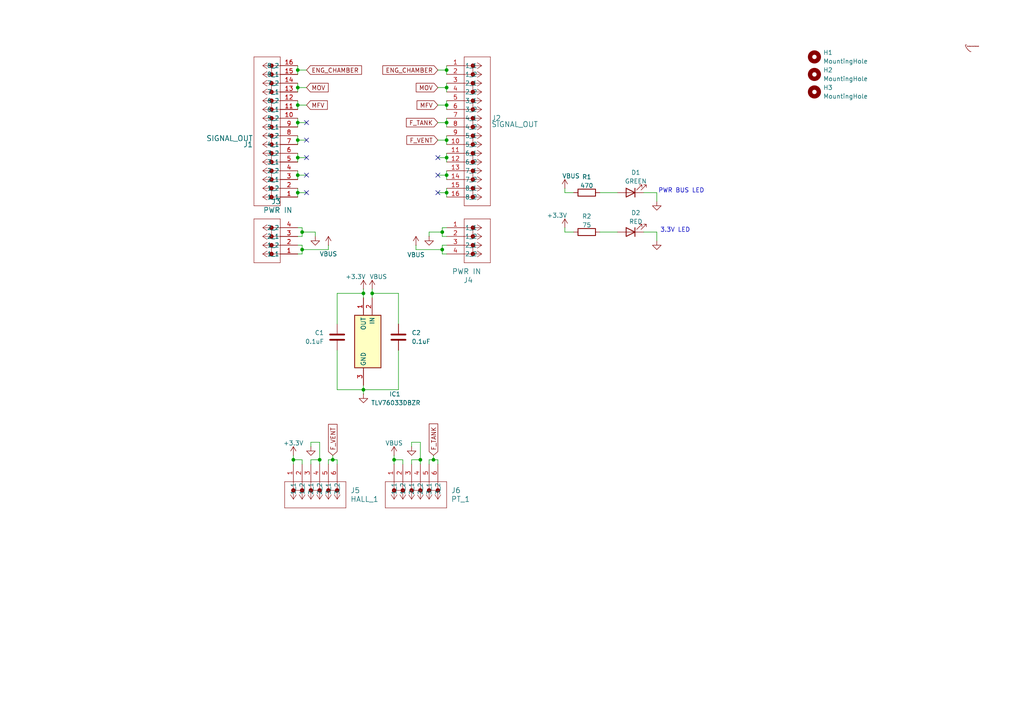
<source format=kicad_sch>
(kicad_sch (version 20231120) (generator "eeschema") (generator_version "8.0")
  (paper "A4")
  (lib_symbols
    (symbol "Device:C" (pin_numbers hide) (pin_names (offset 0.254))
      (property "Reference" "C" (at 0.635 2.54 0))
      (property "Value" "C" (at 0.635 -2.54 0))
      (symbol "C_1_1"
        (pin passive line (at 0 3.81 270) (length 2.794) (name "~") (number "1"))
        (pin passive line (at 0 -3.81 90) (length 2.794) (name "~") (number "2"))
      )
    )
    (symbol "Device:LED" (pin_numbers hide) (pin_names (offset 1.016) hide)
      (property "Reference" "D" (at 0 2.54 0))
      (property "Value" "LED" (at 0 -2.54 0))
      (symbol "LED_1_1"
        (pin passive line (at -3.81 0 0) (length 2.54) (name "K") (number "1"))
        (pin passive line (at 3.81 0 180) (length 2.54) (name "A") (number "2"))
      )
    )
    (symbol "Device:R" (pin_numbers hide) (pin_names (offset 0))
      (property "Reference" "R" (at 2.032 0 90))
      (property "Value" "R" (at 0 0 90))
      (symbol "R_1_1"
        (pin passive line (at 0 3.81 270) (length 1.27) (name "~") (number "1"))
        (pin passive line (at 0 -3.81 90) (length 1.27) (name "~") (number "2"))
      )
    )
    (symbol "Mechanical:MountingHole" (pin_names (offset 1.016)) (exclude_from_sim yes) (in_bom no)
      (property "Reference" "H" (at 0 5.08 0))
      (property "Value" "MountingHole" (at 0 3.175 0))
    )
    (symbol "SDSU RP:LOGO" (pin_names (offset 1.016)))
    (symbol "TLV76033DBZR:TLV76033DBZR"
      (property "Reference" "IC" (at 21.59 7.62 0))
      (property "Value" "TLV76033DBZR" (at 21.59 5.08 0))
      (symbol "TLV76033DBZR_1_1"
        (pin passive line (at 0 0 0) (length 5.08) (name "OUT") (number "1"))
        (pin passive line (at 0 -2.54 0) (length 5.08) (name "IN") (number "2"))
        (pin passive line (at 25.4 0 180) (length 5.08) (name "GND") (number "3"))
      )
    )
    (symbol "Wago_2601_1102:2601-1102" (pin_names (offset 0.254))
      (property "Reference" "J" (at 8.89 6.35 0))
      (property "Value" "2601-1102" (at 0 0 0))
      (symbol "2601-1102_1_1"
        (pin unspecified line (at 0 0 0) (length 5.08) (name "1_1") (number "1"))
        (pin unspecified line (at 0 -2.54 0) (length 5.08) (name "1_2") (number "2"))
        (pin unspecified line (at 0 -5.08 0) (length 5.08) (name "2_1") (number "3"))
        (pin unspecified line (at 0 -7.62 0) (length 5.08) (name "2_2") (number "4"))
      )
    )
    (symbol "Wago_2601_1103:2601-1103" (pin_names (offset 0.254))
      (property "Reference" "J" (at 8.89 6.35 0))
      (property "Value" "2601-1103" (at 0 0 0))
      (symbol "2601-1103_1_1"
        (pin unspecified line (at 0 0 0) (length 5.08) (name "1_1") (number "1"))
        (pin unspecified line (at 0 -2.54 0) (length 5.08) (name "1_2") (number "2"))
        (pin unspecified line (at 0 -5.08 0) (length 5.08) (name "2_1") (number "3"))
        (pin unspecified line (at 0 -7.62 0) (length 5.08) (name "2_2") (number "4"))
        (pin unspecified line (at 0 -10.16 0) (length 5.08) (name "3_1") (number "5"))
        (pin unspecified line (at 0 -12.7 0) (length 5.08) (name "3_2") (number "6"))
      )
    )
    (symbol "Wago_2601_1108:2601-1108" (pin_names (offset 0.254))
      (property "Reference" "J" (at 8.89 6.35 0))
      (property "Value" "2601-1108" (at 0 0 0))
      (symbol "2601-1108_1_1"
        (pin unspecified line (at 0 0 0) (length 5.08) (name "1_1") (number "1"))
        (pin unspecified line (at 0 -22.86 0) (length 5.08) (name "5_2") (number "10"))
        (pin unspecified line (at 0 -25.4 0) (length 5.08) (name "6_1") (number "11"))
        (pin unspecified line (at 0 -27.94 0) (length 5.08) (name "6_2") (number "12"))
        (pin unspecified line (at 0 -30.48 0) (length 5.08) (name "7_1") (number "13"))
        (pin unspecified line (at 0 -33.02 0) (length 5.08) (name "7_2") (number "14"))
        (pin unspecified line (at 0 -35.56 0) (length 5.08) (name "8_1") (number "15"))
        (pin unspecified line (at 0 -38.1 0) (length 5.08) (name "8_2") (number "16"))
        (pin unspecified line (at 0 -2.54 0) (length 5.08) (name "1_2") (number "2"))
        (pin unspecified line (at 0 -5.08 0) (length 5.08) (name "2_1") (number "3"))
        (pin unspecified line (at 0 -7.62 0) (length 5.08) (name "2_2") (number "4"))
        (pin unspecified line (at 0 -10.16 0) (length 5.08) (name "3_1") (number "5"))
        (pin unspecified line (at 0 -12.7 0) (length 5.08) (name "3_2") (number "6"))
        (pin unspecified line (at 0 -15.24 0) (length 5.08) (name "4_1") (number "7"))
        (pin unspecified line (at 0 -17.78 0) (length 5.08) (name "4_2") (number "8"))
        (pin unspecified line (at 0 -20.32 0) (length 5.08) (name "5_1") (number "9"))
      )
    )
    (symbol "power:+3.3V" (power) (pin_numbers hide) (pin_names (offset 0) hide)
      (property "Value" "+3.3V" (at 0 3.556 0))
      (symbol "+3.3V_1_1"
        (pin power_in line (at 0 0 90) (length 0) (name "~") (number "1"))
      )
    )
    (symbol "power:GND" (power) (pin_numbers hide) (pin_names (offset 0) hide)
      (property "Value" "GND" (at 0 -3.81 0))
      (symbol "GND_1_1"
        (pin power_in line (at 0 0 270) (length 0) (name "~") (number "1"))
      )
    )
    (symbol "power:VBUS" (power) (pin_numbers hide) (pin_names (offset 0) hide)
      (property "Value" "VBUS" (at 0 3.556 0))
      (symbol "VBUS_1_1"
        (pin power_in line (at 0 0 90) (length 0) (name "~") (number "1"))
      )
    )
  )
  (junction (at 86.36 40.64))
  (junction (at 87.63 72.39))
  (junction (at 86.36 25.4))
  (junction (at 87.63 67.31))
  (junction (at 121.92 133.35))
  (junction (at 129.54 20.32))
  (junction (at 85.09 133.35))
  (junction (at 129.54 40.64))
  (junction (at 125.73 133.35))
  (junction (at 86.36 55.88))
  (junction (at 129.54 55.88))
  (junction (at 105.41 85.09))
  (junction (at 86.36 50.8))
  (junction (at 92.71 133.35))
  (junction (at 86.36 30.48))
  (junction (at 129.54 35.56))
  (junction (at 128.27 72.39))
  (junction (at 96.52 133.35))
  (junction (at 86.36 35.56))
  (junction (at 129.54 50.8))
  (junction (at 129.54 30.48))
  (junction (at 86.36 45.72))
  (junction (at 105.41 113.03))
  (junction (at 129.54 25.4))
  (junction (at 107.95 85.09))
  (junction (at 128.27 67.31))
  (junction (at 86.36 20.32))
  (junction (at 114.3 133.35))
  (junction (at 129.54 45.72))
  (no_connect (at 88.9 45.72))
  (no_connect (at 88.9 35.56))
  (no_connect (at 88.9 50.8))
  (no_connect (at 127 55.88))
  (no_connect (at 127 50.8))
  (no_connect (at 88.9 40.64))
  (no_connect (at 127 45.72))
  (no_connect (at 88.9 55.88))
  (no_connect (at -7.62 213.36))
  (wire (pts (xy 107.95 83.82) (xy 107.95 85.09)))
  (wire (pts (xy 129.54 29.21) (xy 129.54 30.48)))
  (wire (pts (xy 114.3 134.62) (xy 114.3 133.35)))
  (wire (pts (xy 90.17 134.62) (xy 90.17 133.35)))
  (wire (pts (xy 129.54 25.4) (xy 129.54 26.67)))
  (wire (pts (xy 85.09 133.35) (xy 87.63 133.35)))
  (wire (pts (xy 97.79 93.98) (xy 97.79 85.09)))
  (wire (pts (xy 86.36 30.48) (xy 86.36 31.75)))
  (wire (pts (xy 92.71 128.27) (xy 92.71 133.35)))
  (wire (pts (xy 129.54 20.32) (xy 129.54 21.59)))
  (wire (pts (xy 115.57 93.98) (xy 115.57 85.09)))
  (wire (pts (xy 105.41 85.09) (xy 105.41 86.36)))
  (wire (pts (xy 125.73 132.08) (xy 125.73 133.35)))
  (wire (pts (xy 119.38 128.27) (xy 121.92 128.27)))
  (wire (pts (xy 105.41 113.03) (xy 105.41 114.3)))
  (wire (pts (xy 127 133.35) (xy 127 134.62)))
  (wire (pts (xy 90.17 129.54) (xy 90.17 128.27)))
  (wire (pts (xy 128.27 67.31) (xy 124.46 67.31)))
  (wire (pts (xy 86.36 39.37) (xy 86.36 40.64)))
  (wire (pts (xy 86.36 24.13) (xy 86.36 25.4)))
  (wire (pts (xy 128.27 72.39) (xy 120.65 72.39)))
  (wire (pts (xy 88.9 40.64) (xy 86.36 40.64)))
  (wire (pts (xy 86.36 19.05) (xy 86.36 20.32)))
  (wire (pts (xy 127 40.64) (xy 129.54 40.64)))
  (wire (pts (xy 86.36 54.61) (xy 86.36 55.88)))
  (wire (pts (xy 86.36 49.53) (xy 86.36 50.8)))
  (wire (pts (xy 90.17 128.27) (xy 92.71 128.27)))
  (wire (pts (xy 87.63 72.39) (xy 95.25 72.39)))
  (wire (pts (xy 86.36 71.12) (xy 87.63 71.12)))
  (wire (pts (xy 129.54 19.05) (xy 129.54 20.32)))
  (wire (pts (xy 124.46 133.35) (xy 125.73 133.35)))
  (wire (pts (xy 163.83 66.04) (xy 163.83 67.31)))
  (wire (pts (xy 88.9 55.88) (xy 86.36 55.88)))
  (wire (pts (xy 95.25 72.39) (xy 95.25 71.12)))
  (wire (pts (xy 128.27 73.66) (xy 129.54 73.66)))
  (wire (pts (xy 91.44 67.31) (xy 91.44 68.58)))
  (wire (pts (xy 127 45.72) (xy 129.54 45.72)))
  (wire (pts (xy 119.38 129.54) (xy 119.38 128.27)))
  (wire (pts (xy 107.95 85.09) (xy 115.57 85.09)))
  (wire (pts (xy 120.65 71.12) (xy 120.65 72.39)))
  (wire (pts (xy 86.36 40.64) (xy 86.36 41.91)))
  (wire (pts (xy 128.27 66.04) (xy 129.54 66.04)))
  (wire (pts (xy 86.36 68.58) (xy 87.63 68.58)))
  (wire (pts (xy 129.54 45.72) (xy 129.54 46.99)))
  (wire (pts (xy 190.5 67.31) (xy 190.5 69.85)))
  (wire (pts (xy 96.52 132.08) (xy 96.52 133.35)))
  (wire (pts (xy 86.36 44.45) (xy 86.36 45.72)))
  (wire (pts (xy 105.41 83.82) (xy 105.41 85.09)))
  (wire (pts (xy 97.79 101.6) (xy 97.79 113.03)))
  (wire (pts (xy 173.99 55.88) (xy 179.07 55.88)))
  (wire (pts (xy 97.79 85.09) (xy 105.41 85.09)))
  (wire (pts (xy 163.83 55.88) (xy 166.37 55.88)))
  (wire (pts (xy 119.38 133.35) (xy 121.92 133.35)))
  (wire (pts (xy 116.84 133.35) (xy 116.84 134.62)))
  (wire (pts (xy 88.9 45.72) (xy 86.36 45.72)))
  (wire (pts (xy 121.92 128.27) (xy 121.92 133.35)))
  (wire (pts (xy 129.54 30.48) (xy 129.54 31.75)))
  (wire (pts (xy 128.27 73.66) (xy 128.27 72.39)))
  (wire (pts (xy 115.57 101.6) (xy 115.57 113.03)))
  (wire (pts (xy 95.25 133.35) (xy 96.52 133.35)))
  (wire (pts (xy 129.54 44.45) (xy 129.54 45.72)))
  (wire (pts (xy 90.17 133.35) (xy 92.71 133.35)))
  (wire (pts (xy 121.92 133.35) (xy 121.92 134.62)))
  (wire (pts (xy 88.9 25.4) (xy 86.36 25.4)))
  (wire (pts (xy 95.25 134.62) (xy 95.25 133.35)))
  (wire (pts (xy 86.36 25.4) (xy 86.36 26.67)))
  (wire (pts (xy 129.54 54.61) (xy 129.54 55.88)))
  (wire (pts (xy 129.54 34.29) (xy 129.54 35.56)))
  (wire (pts (xy 129.54 55.88) (xy 129.54 57.15)))
  (wire (pts (xy 186.69 55.88) (xy 190.5 55.88)))
  (wire (pts (xy 86.36 55.88) (xy 86.36 57.15)))
  (wire (pts (xy 129.54 24.13) (xy 129.54 25.4)))
  (wire (pts (xy 85.09 134.62) (xy 85.09 133.35)))
  (wire (pts (xy 186.69 67.31) (xy 190.5 67.31)))
  (wire (pts (xy 86.36 35.56) (xy 86.36 36.83)))
  (wire (pts (xy 86.36 34.29) (xy 86.36 35.56)))
  (wire (pts (xy 114.3 132.08) (xy 114.3 133.35)))
  (wire (pts (xy 87.63 73.66) (xy 87.63 72.39)))
  (wire (pts (xy 129.54 40.64) (xy 129.54 41.91)))
  (wire (pts (xy 129.54 39.37) (xy 129.54 40.64)))
  (wire (pts (xy 85.09 132.08) (xy 85.09 133.35)))
  (wire (pts (xy 128.27 71.12) (xy 129.54 71.12)))
  (wire (pts (xy 127 50.8) (xy 129.54 50.8)))
  (wire (pts (xy 128.27 68.58) (xy 129.54 68.58)))
  (wire (pts (xy 88.9 50.8) (xy 86.36 50.8)))
  (wire (pts (xy 114.3 133.35) (xy 116.84 133.35)))
  (wire (pts (xy 105.41 111.76) (xy 105.41 113.03)))
  (wire (pts (xy 92.71 133.35) (xy 92.71 134.62)))
  (wire (pts (xy 86.36 45.72) (xy 86.36 46.99)))
  (wire (pts (xy 86.36 66.04) (xy 87.63 66.04)))
  (wire (pts (xy 124.46 134.62) (xy 124.46 133.35)))
  (wire (pts (xy 127 55.88) (xy 129.54 55.88)))
  (wire (pts (xy 87.63 67.31) (xy 91.44 67.31)))
  (wire (pts (xy 127 30.48) (xy 129.54 30.48)))
  (wire (pts (xy 86.36 29.21) (xy 86.36 30.48)))
  (wire (pts (xy 88.9 20.32) (xy 86.36 20.32)))
  (wire (pts (xy 96.52 133.35) (xy 97.79 133.35)))
  (wire (pts (xy 127 25.4) (xy 129.54 25.4)))
  (wire (pts (xy 128.27 71.12) (xy 128.27 72.39)))
  (wire (pts (xy 88.9 35.56) (xy 86.36 35.56)))
  (wire (pts (xy 87.63 71.12) (xy 87.63 72.39)))
  (wire (pts (xy 124.46 67.31) (xy 124.46 68.58)))
  (wire (pts (xy 163.83 67.31) (xy 166.37 67.31)))
  (wire (pts (xy 105.41 113.03) (xy 115.57 113.03)))
  (wire (pts (xy 88.9 30.48) (xy 86.36 30.48)))
  (wire (pts (xy 129.54 49.53) (xy 129.54 50.8)))
  (wire (pts (xy 87.63 133.35) (xy 87.63 134.62)))
  (wire (pts (xy 128.27 67.31) (xy 128.27 68.58)))
  (wire (pts (xy 173.99 67.31) (xy 179.07 67.31)))
  (wire (pts (xy 163.83 54.61) (xy 163.83 55.88)))
  (wire (pts (xy 86.36 20.32) (xy 86.36 21.59)))
  (wire (pts (xy 86.36 73.66) (xy 87.63 73.66)))
  (wire (pts (xy 128.27 66.04) (xy 128.27 67.31)))
  (wire (pts (xy 97.79 113.03) (xy 105.41 113.03)))
  (wire (pts (xy 97.79 133.35) (xy 97.79 134.62)))
  (wire (pts (xy 87.63 66.04) (xy 87.63 67.31)))
  (wire (pts (xy 129.54 35.56) (xy 129.54 36.83)))
  (wire (pts (xy 127 20.32) (xy 129.54 20.32)))
  (wire (pts (xy 129.54 50.8) (xy 129.54 52.07)))
  (wire (pts (xy 190.5 55.88) (xy 190.5 58.42)))
  (wire (pts (xy 119.38 134.62) (xy 119.38 133.35)))
  (wire (pts (xy 86.36 50.8) (xy 86.36 52.07)))
  (wire (pts (xy 127 35.56) (xy 129.54 35.56)))
  (wire (pts (xy 87.63 67.31) (xy 87.63 68.58)))
  (wire (pts (xy 107.95 85.09) (xy 107.95 86.36)))
  (wire (pts (xy 125.73 133.35) (xy 127 133.35)))
  (text "PWR BUS LED" (at 197.612 55.372 0) (effects (font (size 1.27 1.27))))
  (text "3.3V LED" (at 195.834 66.802 0) (effects (font (size 1.27 1.27))))
  (global_label "F_TANK" (shape input) (at 125.73 132.08 90) (property "Intersheetrefs" "${INTERSHEET_REFS}" (effects (hide yes))))
  (global_label "MOV" (shape input) (at 88.9 25.4 0) (property "Intersheetrefs" "${INTERSHEET_REFS}" (effects (hide yes))))
  (global_label "F_VENT" (shape input) (at 96.52 132.08 90) (property "Intersheetrefs" "${INTERSHEET_REFS}" (effects (hide yes))))
  (global_label "ENG_CHAMBER" (shape input) (at 127 20.32 180) (property "Intersheetrefs" "${INTERSHEET_REFS}" (effects (hide yes))))
  (global_label "MOV" (shape input) (at 127 25.4 180) (property "Intersheetrefs" "${INTERSHEET_REFS}" (effects (hide yes))))
  (global_label "ENG_CHAMBER" (shape input) (at 88.9 20.32 0) (property "Intersheetrefs" "${INTERSHEET_REFS}" (effects (hide yes))))
  (global_label "MFV" (shape input) (at 88.9 30.48 0) (property "Intersheetrefs" "${INTERSHEET_REFS}" (effects (hide yes))))
  (global_label "F_VENT" (shape input) (at 127 40.64 180) (property "Intersheetrefs" "${INTERSHEET_REFS}" (effects (hide yes))))
  (global_label "F_TANK" (shape input) (at 127 35.56 180) (property "Intersheetrefs" "${INTERSHEET_REFS}" (effects (hide yes))))
  (global_label "MFV" (shape input) (at 127 30.48 180) (property "Intersheetrefs" "${INTERSHEET_REFS}" (effects (hide yes))))
  (symbol (lib_id "Wago_2601_1102:2601-1102") (at 129.54 66.04 0) (unit 1)
    (property "Reference" "J4" (at 134.366 81.28 0) (effects (font (size 1.524 1.524)) (justify left)))
    (property "Value" "PWR IN" (at 131.064 78.74 0) (effects (font (size 1.524 1.524)) (justify left)))
    (property "Footprint" "Wago_2601_1102:CONN2_2601-1102_WAG" (effects (hide yes)))
    (property "Datasheet" "2601-1102" (effects (hide yes)))
  )
  (symbol (lib_id "power:VBUS") (at 95.25 71.12 0) (unit 1)
    (property "Reference" "#PWR07" (effects (hide yes)))
    (property "Value" "VBUS" (at 95.25 73.66 0))
    (property "Description" "Power symbol creates a global label with name \"VBUS\"" (effects (hide yes)))
  )
  (symbol (lib_id "Wago_2601_1108:2601-1108") (at 86.36 57.15 180) (unit 1)
    (property "Reference" "J1" (at 73.406 41.91 0) (effects (font (size 1.524 1.524)) (justify left)))
    (property "Value" "SIGNAL_OUT" (at 73.406 40.132 0) (effects (font (size 1.524 1.524)) (justify left)))
    (property "Footprint" "Wago_2601_1108:CONN8_2601-1108_WAG" (effects (hide yes)))
    (property "Datasheet" "2601-1108" (effects (hide yes)))
  )
  (symbol (lib_id "TLV76033DBZR:TLV76033DBZR") (at 105.41 86.36 90) (mirror x) (unit 1)
    (property "Reference" "IC1" (at 114.554 114.3 90))
    (property "Value" "TLV76033DBZR" (at 114.808 116.84 90))
    (property "Footprint" "TLV76033DBZR:SOT95P237X112-3N" (effects (hide yes)))
    (property "Datasheet" "https://www.ti.com/lit/gpn/TLV760" (effects (hide yes)))
    (property "Description" "100-mA, 30-V, low-dropout voltage regulator" (effects (hide yes)))
    (property "Height" "1.12" (effects (hide yes)))
    (property "Mouser Part Number" "595-TLV76033DBZR" (effects (hide yes)))
    (property "Mouser Price/Stock" "https://www.mouser.co.uk/ProductDetail/Texas-Instruments/TLV76033DBZR?qs=HXFqYaX1Q2ypNrzTk0Gsfw%3D%3D" (effects (hide yes)))
    (property "Manufacturer_Name" "Texas Instruments" (effects (hide yes)))
    (property "Manufacturer_Part_Number" "TLV76033DBZR" (effects (hide yes)))
  )
  (symbol (lib_id "Device:LED") (at 182.88 55.88 180) (unit 1)
    (property "Reference" "D1" (at 184.404 50.038 0))
    (property "Value" "GREEN" (at 184.404 52.578 0))
    (property "Footprint" "LED_SMD:LED_0805_2012Metric" (effects (hide yes)))
    (property "Description" "Light emitting diode" (effects (hide yes)))
  )
  (symbol (lib_id "power:VBUS") (at 107.95 83.82 0) (unit 1)
    (property "Reference" "#PWR010" (effects (hide yes)))
    (property "Value" "VBUS" (at 109.728 80.264 0))
    (property "Description" "Power symbol creates a global label with name \"VBUS\"" (effects (hide yes)))
  )
  (symbol (lib_id "power:VBUS") (at 114.3 132.08 0) (unit 1)
    (property "Reference" "#PWR015" (effects (hide yes)))
    (property "Value" "VBUS" (at 114.3 128.524 0))
    (property "Description" "Power symbol creates a global label with name \"VBUS\"" (effects (hide yes)))
  )
  (symbol (lib_id "Wago_2601_1102:2601-1102") (at 86.36 73.66 180) (unit 1)
    (property "Reference" "J3" (at 81.534 58.42 0) (effects (font (size 1.524 1.524)) (justify left)))
    (property "Value" "PWR IN" (at 84.836 60.96 0) (effects (font (size 1.524 1.524)) (justify left)))
    (property "Footprint" "Wago_2601_1102:CONN2_2601-1102_WAG" (effects (hide yes)))
    (property "Datasheet" "2601-1102" (effects (hide yes)))
  )
  (symbol (lib_id "Mechanical:MountingHole") (at 236.22 21.59 0) (unit 1) (exclude_from_sim yes) (in_bom no)
    (property "Reference" "H2" (at 238.76 20.3199 0) (effects (justify left)))
    (property "Value" "MountingHole" (at 238.76 22.8599 0) (effects (justify left)))
    (property "Footprint" "MountingHole:MountingHole_3.2mm_M3" (effects (hide yes)))
    (property "Description" "Mounting Hole without connection" (effects (hide yes)))
  )
  (symbol (lib_id "power:+3.3V") (at 85.09 132.08 0) (unit 1)
    (property "Reference" "#PWR014" (effects (hide yes)))
    (property "Value" "+3.3V" (at 85.09 128.524 0))
    (property "Description" "Power symbol creates a global label with name \"+3.3V\"" (effects (hide yes)))
  )
  (symbol (lib_id "Mechanical:MountingHole") (at 236.22 16.51 0) (unit 1) (exclude_from_sim yes) (in_bom no)
    (property "Reference" "H1" (at 238.76 15.2399 0) (effects (justify left)))
    (property "Value" "MountingHole" (at 238.76 17.7799 0) (effects (justify left)))
    (property "Footprint" "MountingHole:MountingHole_3.2mm_M3" (effects (hide yes)))
    (property "Description" "Mounting Hole without connection" (effects (hide yes)))
  )
  (symbol (lib_id "power:GND") (at 91.44 68.58 0) (unit 1)
    (property "Reference" "#PWR04" (effects (hide yes)))
    (property "Value" "GND" (effects (hide yes)))
    (property "Description" "Power symbol creates a global label with name \"GND\" , ground" (effects (hide yes)))
  )
  (symbol (lib_id "Wago_2601_1108:2601-1108") (at 129.54 19.05 0) (unit 1)
    (property "Reference" "J2" (at 142.494 34.29 0) (effects (font (size 1.524 1.524)) (justify left)))
    (property "Value" "SIGNAL_OUT" (at 142.494 36.068 0) (effects (font (size 1.524 1.524)) (justify left)))
    (property "Footprint" "Wago_2601_1108:CONN8_2601-1108_WAG" (effects (hide yes)))
    (property "Datasheet" "2601-1108" (effects (hide yes)))
  )
  (symbol (lib_id "power:GND") (at 119.38 129.54 0) (unit 1)
    (property "Reference" "#PWR013" (effects (hide yes)))
    (property "Value" "GND" (effects (hide yes)))
    (property "Description" "Power symbol creates a global label with name \"GND\" , ground" (effects (hide yes)))
  )
  (symbol (lib_id "power:GND") (at 190.5 58.42 0) (unit 1)
    (property "Reference" "#PWR02" (effects (hide yes)))
    (property "Value" "GND" (effects (hide yes)))
    (property "Description" "Power symbol creates a global label with name \"GND\" , ground" (effects (hide yes)))
  )
  (symbol (lib_id "power:+3.3V") (at 105.41 83.82 0) (unit 1)
    (property "Reference" "#PWR09" (effects (hide yes)))
    (property "Value" "+3.3V" (at 103.124 80.264 0))
    (property "Description" "Power symbol creates a global label with name \"+3.3V\"" (effects (hide yes)))
  )
  (symbol (lib_id "Device:R") (at 170.18 67.31 90) (unit 1)
    (property "Reference" "R2" (at 170.18 62.738 90))
    (property "Value" "75" (at 170.18 65.278 90))
    (property "Footprint" "Resistor_SMD:R_0805_2012Metric" (effects (hide yes)))
    (property "Description" "Resistor" (effects (hide yes)))
  )
  (symbol (lib_id "Device:C") (at 115.57 97.79 0) (unit 1)
    (property "Reference" "C2" (at 119.38 96.5199 0) (effects (justify left)))
    (property "Value" "0.1uF" (at 119.38 99.0599 0) (effects (justify left)))
    (property "Footprint" "Capacitor_SMD:C_0805_2012Metric" (effects (hide yes)))
    (property "Description" "Unpolarized capacitor" (effects (hide yes)))
  )
  (symbol (lib_id "power:GND") (at 105.41 114.3 0) (unit 1)
    (property "Reference" "#PWR011" (effects (hide yes)))
    (property "Value" "GND" (effects (hide yes)))
    (property "Description" "Power symbol creates a global label with name \"GND\" , ground" (effects (hide yes)))
  )
  (symbol (lib_id "power:GND") (at 124.46 68.58 0) (mirror y) (unit 1)
    (property "Reference" "#PWR05" (effects (hide yes)))
    (property "Value" "GND" (effects (hide yes)))
    (property "Description" "Power symbol creates a global label with name \"GND\" , ground" (effects (hide yes)))
  )
  (symbol (lib_id "Wago_2601_1103:2601-1103") (at 85.09 134.62 90) (mirror x) (unit 1)
    (property "Reference" "J5" (at 101.6 142.2399 90) (effects (font (size 1.524 1.524)) (justify right)))
    (property "Value" "HALL_1" (at 101.6 144.7799 90) (effects (font (size 1.524 1.524)) (justify right)))
    (property "Footprint" "Wago_2601_1103:CONN3_2601-1103_WAG" (effects (hide yes)))
    (property "Datasheet" "2601-1103" (effects (hide yes)))
  )
  (symbol (lib_id "Device:LED") (at 182.88 67.31 180) (unit 1)
    (property "Reference" "D2" (at 184.404 61.722 0))
    (property "Value" "RED" (at 184.404 64.262 0))
    (property "Footprint" "LED_SMD:LED_0805_2012Metric" (effects (hide yes)))
    (property "Description" "Light emitting diode" (effects (hide yes)))
  )
  (symbol (lib_id "power:VBUS") (at 120.65 71.12 0) (mirror y) (unit 1)
    (property "Reference" "#PWR08" (effects (hide yes)))
    (property "Value" "VBUS" (at 120.65 73.914 0))
    (property "Description" "Power symbol creates a global label with name \"VBUS\"" (effects (hide yes)))
  )
  (symbol (lib_id "Mechanical:MountingHole") (at 236.22 26.67 0) (unit 1) (exclude_from_sim yes) (in_bom no)
    (property "Reference" "H3" (at 238.76 25.3999 0) (effects (justify left)))
    (property "Value" "MountingHole" (at 238.76 27.9399 0) (effects (justify left)))
    (property "Footprint" "MountingHole:MountingHole_3.2mm_M3" (effects (hide yes)))
    (property "Description" "Mounting Hole without connection" (effects (hide yes)))
  )
  (symbol (lib_id "power:GND") (at 90.17 129.54 0) (unit 1)
    (property "Reference" "#PWR012" (effects (hide yes)))
    (property "Value" "GND" (effects (hide yes)))
    (property "Description" "Power symbol creates a global label with name \"GND\" , ground" (effects (hide yes)))
  )
  (symbol (lib_id "Device:C") (at 97.79 97.79 0) (mirror y) (unit 1)
    (property "Reference" "C1" (at 93.98 96.5199 0) (effects (justify left)))
    (property "Value" "0.1uF" (at 93.98 99.0599 0) (effects (justify left)))
    (property "Footprint" "Capacitor_SMD:C_0805_2012Metric" (effects (hide yes)))
    (property "Description" "Unpolarized capacitor" (effects (hide yes)))
  )
  (symbol (lib_id "Device:R") (at 170.18 55.88 90) (unit 1)
    (property "Reference" "R1" (at 170.18 51.308 90))
    (property "Value" "470" (at 170.18 53.848 90))
    (property "Footprint" "Resistor_SMD:R_0805_2012Metric" (effects (hide yes)))
    (property "Description" "Resistor" (effects (hide yes)))
  )
  (symbol (lib_id "power:VBUS") (at 163.83 54.61 0) (unit 1)
    (property "Reference" "#PWR01" (effects (hide yes)))
    (property "Value" "VBUS" (at 165.608 51.054 0))
    (property "Description" "Power symbol creates a global label with name \"VBUS\"" (effects (hide yes)))
  )
  (symbol (lib_id "power:+3.3V") (at 163.83 66.04 0) (unit 1)
    (property "Reference" "#PWR03" (effects (hide yes)))
    (property "Value" "+3.3V" (at 161.544 62.484 0))
    (property "Description" "Power symbol creates a global label with name \"+3.3V\"" (effects (hide yes)))
  )
  (symbol (lib_id "power:GND") (at 190.5 69.85 0) (unit 1)
    (property "Reference" "#PWR06" (effects (hide yes)))
    (property "Value" "GND" (effects (hide yes)))
    (property "Description" "Power symbol creates a global label with name \"GND\" , ground" (effects (hide yes)))
  )
  (symbol (lib_id "SDSU RP:LOGO") (at 281.94 13.97 0) (unit 1)
    (property "Reference" "#G1" (effects (hide yes)))
    (property "Value" "LOGO" (effects (hide yes)))
    (property "Footprint" "SDSU RP:RP_Logo" (effects (hide yes)))
  )
  (symbol (lib_id "Wago_2601_1103:2601-1103") (at 114.3 134.62 90) (mirror x) (unit 1)
    (property "Reference" "J6" (at 130.81 142.2399 90) (effects (font (size 1.524 1.524)) (justify right)))
    (property "Value" "PT_1" (at 130.81 144.7799 90) (effects (font (size 1.524 1.524)) (justify right)))
    (property "Footprint" "Wago_2601_1103:CONN3_2601-1103_WAG" (effects (hide yes)))
    (property "Datasheet" "2601-1103" (effects (hide yes)))
  )
)
</source>
